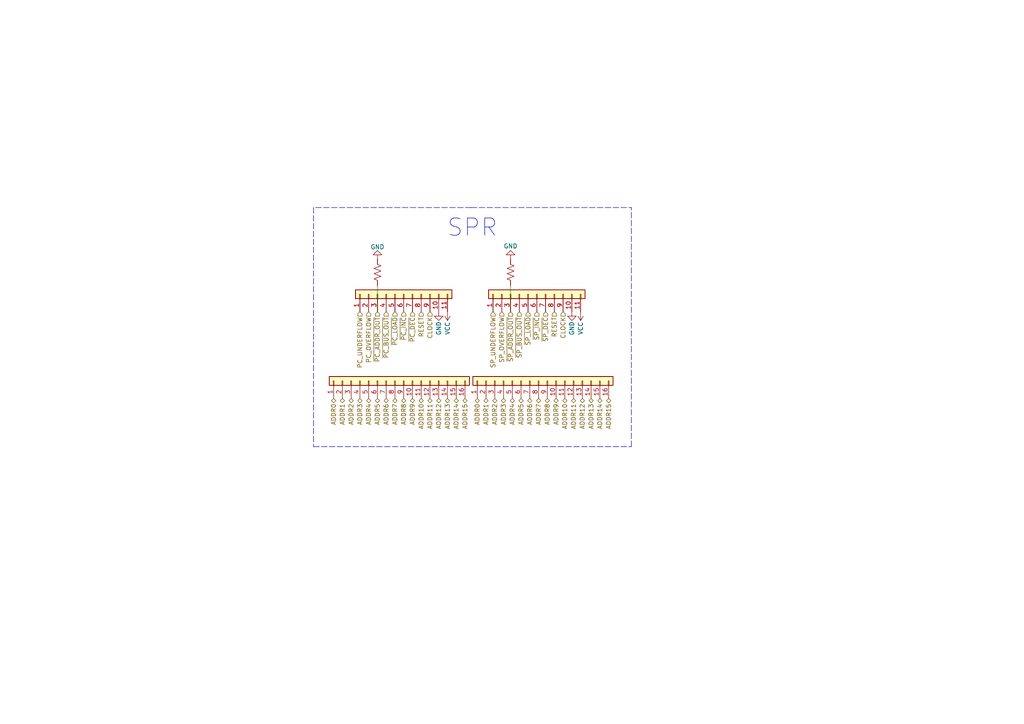
<source format=kicad_sch>
(kicad_sch (version 20211123) (generator eeschema)
  (paper "A4")
  (lib_symbols
    (symbol "Connector_Generic:Conn_01x11" (pin_names (offset 1.016) hide)
      (property "Reference" "J" (at 0 15.24 0))
      (property "Value" "Conn_01x11" (at 0 -15.24 0))
      (symbol "Conn_01x11_1_1"
        (rectangle (start -1.27 -12.573) (end 0 -12.827) (stroke (width 0.1524)))
        (rectangle (start -1.27 -10.033) (end 0 -10.287) (stroke (width 0.1524)))
        (rectangle (start -1.27 -7.493) (end 0 -7.747) (stroke (width 0.1524)))
        (rectangle (start -1.27 -4.953) (end 0 -5.207) (stroke (width 0.1524)))
        (rectangle (start -1.27 -2.413) (end 0 -2.667) (stroke (width 0.1524)))
        (rectangle (start -1.27 0.127) (end 0 -0.127) (stroke (width 0.1524)))
        (rectangle (start -1.27 2.667) (end 0 2.413) (stroke (width 0.1524)))
        (rectangle (start -1.27 5.207) (end 0 4.953) (stroke (width 0.1524)))
        (rectangle (start -1.27 7.747) (end 0 7.493) (stroke (width 0.1524)))
        (rectangle (start -1.27 10.287) (end 0 10.033) (stroke (width 0.1524)))
        (rectangle (start -1.27 12.827) (end 0 12.573) (stroke (width 0.1524)))
        (rectangle (start -1.27 13.97) (end 1.27 -13.97) (stroke (width 0.254)) (fill (type background)))
        (pin passive line (at -5.08 12.7 0) (length 3.81) (name "Pin_1") (number "1"))
        (pin passive line (at -5.08 -10.16 0) (length 3.81) (name "Pin_10") (number "10"))
        (pin passive line (at -5.08 -12.7 0) (length 3.81) (name "Pin_11") (number "11"))
        (pin passive line (at -5.08 10.16 0) (length 3.81) (name "Pin_2") (number "2"))
        (pin passive line (at -5.08 7.62 0) (length 3.81) (name "Pin_3") (number "3"))
        (pin passive line (at -5.08 5.08 0) (length 3.81) (name "Pin_4") (number "4"))
        (pin passive line (at -5.08 2.54 0) (length 3.81) (name "Pin_5") (number "5"))
        (pin passive line (at -5.08 0 0) (length 3.81) (name "Pin_6") (number "6"))
        (pin passive line (at -5.08 -2.54 0) (length 3.81) (name "Pin_7") (number "7"))
        (pin passive line (at -5.08 -5.08 0) (length 3.81) (name "Pin_8") (number "8"))
        (pin passive line (at -5.08 -7.62 0) (length 3.81) (name "Pin_9") (number "9"))
      )
    )
    (symbol "Connector_Generic:Conn_01x16" (pin_names (offset 1.016) hide)
      (property "Reference" "J" (at 0 20.32 0))
      (property "Value" "Conn_01x16" (at 0 -22.86 0))
      (symbol "Conn_01x16_1_1"
        (rectangle (start -1.27 -20.193) (end 0 -20.447) (stroke (width 0.1524)))
        (rectangle (start -1.27 -17.653) (end 0 -17.907) (stroke (width 0.1524)))
        (rectangle (start -1.27 -15.113) (end 0 -15.367) (stroke (width 0.1524)))
        (rectangle (start -1.27 -12.573) (end 0 -12.827) (stroke (width 0.1524)))
        (rectangle (start -1.27 -10.033) (end 0 -10.287) (stroke (width 0.1524)))
        (rectangle (start -1.27 -7.493) (end 0 -7.747) (stroke (width 0.1524)))
        (rectangle (start -1.27 -4.953) (end 0 -5.207) (stroke (width 0.1524)))
        (rectangle (start -1.27 -2.413) (end 0 -2.667) (stroke (width 0.1524)))
        (rectangle (start -1.27 0.127) (end 0 -0.127) (stroke (width 0.1524)))
        (rectangle (start -1.27 2.667) (end 0 2.413) (stroke (width 0.1524)))
        (rectangle (start -1.27 5.207) (end 0 4.953) (stroke (width 0.1524)))
        (rectangle (start -1.27 7.747) (end 0 7.493) (stroke (width 0.1524)))
        (rectangle (start -1.27 10.287) (end 0 10.033) (stroke (width 0.1524)))
        (rectangle (start -1.27 12.827) (end 0 12.573) (stroke (width 0.1524)))
        (rectangle (start -1.27 15.367) (end 0 15.113) (stroke (width 0.1524)))
        (rectangle (start -1.27 17.907) (end 0 17.653) (stroke (width 0.1524)))
        (rectangle (start -1.27 19.05) (end 1.27 -21.59) (stroke (width 0.254)) (fill (type background)))
        (pin passive line (at -5.08 17.78 0) (length 3.81) (name "Pin_1") (number "1"))
        (pin passive line (at -5.08 -5.08 0) (length 3.81) (name "Pin_10") (number "10"))
        (pin passive line (at -5.08 -7.62 0) (length 3.81) (name "Pin_11") (number "11"))
        (pin passive line (at -5.08 -10.16 0) (length 3.81) (name "Pin_12") (number "12"))
        (pin passive line (at -5.08 -12.7 0) (length 3.81) (name "Pin_13") (number "13"))
        (pin passive line (at -5.08 -15.24 0) (length 3.81) (name "Pin_14") (number "14"))
        (pin passive line (at -5.08 -17.78 0) (length 3.81) (name "Pin_15") (number "15"))
        (pin passive line (at -5.08 -20.32 0) (length 3.81) (name "Pin_16") (number "16"))
        (pin passive line (at -5.08 15.24 0) (length 3.81) (name "Pin_2") (number "2"))
        (pin passive line (at -5.08 12.7 0) (length 3.81) (name "Pin_3") (number "3"))
        (pin passive line (at -5.08 10.16 0) (length 3.81) (name "Pin_4") (number "4"))
        (pin passive line (at -5.08 7.62 0) (length 3.81) (name "Pin_5") (number "5"))
        (pin passive line (at -5.08 5.08 0) (length 3.81) (name "Pin_6") (number "6"))
        (pin passive line (at -5.08 2.54 0) (length 3.81) (name "Pin_7") (number "7"))
        (pin passive line (at -5.08 0 0) (length 3.81) (name "Pin_8") (number "8"))
        (pin passive line (at -5.08 -2.54 0) (length 3.81) (name "Pin_9") (number "9"))
      )
    )
    (symbol "Device:R_US" (pin_numbers hide) (pin_names (offset 0))
      (property "Reference" "R" (at 2.54 0 90))
      (property "Value" "R_US" (at -2.54 0 90))
      (symbol "R_US_0_1"
        (polyline (pts (xy 0 -2.286) (xy 0 -2.54)))
        (polyline (pts (xy 0 2.286) (xy 0 2.54)))
        (polyline (pts (xy 0 -0.762) (xy 1.016 -1.143) (xy 0 -1.524) (xy -1.016 -1.905) (xy 0 -2.286)))
        (polyline (pts (xy 0 0.762) (xy 1.016 0.381) (xy 0 0) (xy -1.016 -0.381) (xy 0 -0.762)))
        (polyline (pts (xy 0 2.286) (xy 1.016 1.905) (xy 0 1.524) (xy -1.016 1.143) (xy 0 0.762)))
      )
      (symbol "R_US_1_1"
        (pin passive line (at 0 3.81 270) (length 1.27) (name "~") (number "1"))
        (pin passive line (at 0 -3.81 90) (length 1.27) (name "~") (number "2"))
      )
    )
    (symbol "power:GND" (power) (pin_names (offset 0))
      (property "Value" "GND" (at 0 -3.81 0))
      (symbol "GND_0_1"
        (polyline (pts (xy 0 0) (xy 0 -1.27) (xy 1.27 -1.27) (xy 0 -2.54) (xy -1.27 -1.27) (xy 0 -1.27)))
      )
      (symbol "GND_1_1"
        (pin power_in line (at 0 0 270) (length 0) hide (name "GND") (number "1"))
      )
    )
    (symbol "power:VCC" (power) (pin_names (offset 0))
      (property "Value" "VCC" (at 0 3.81 0))
      (symbol "VCC_0_1"
        (polyline (pts (xy -0.762 1.27) (xy 0 2.54)))
        (polyline (pts (xy 0 0) (xy 0 2.54)))
        (polyline (pts (xy 0 2.54) (xy 0.762 1.27)))
      )
      (symbol "VCC_1_1"
        (pin power_in line (at 0 0 90) (length 0) hide (name "VCC") (number "1"))
      )
    )
  )
  (polyline (pts (xy 90.932 60.198) (xy 90.932 129.54)))
  (wire (pts (xy 148.082 82.804) (xy 148.082 90.424)))
  (polyline (pts (xy 136.652 60.198) (xy 183.134 60.198)))
  (polyline (pts (xy 183.134 129.54) (xy 183.134 60.198)))
  (polyline (pts (xy 136.652 60.198) (xy 90.932 60.198)))
  (wire (pts (xy 109.474 82.804) (xy 109.474 90.424)))
  (polyline (pts (xy 90.932 129.54) (xy 183.134 129.54)))
  (text "SPR" (at 129.54 69.088 0) (effects (font (size 5 5)) (justify left bottom)))
  (hierarchical_label "ADDR13" (shape tri_state) (at 129.794 115.57 270))
  (hierarchical_label "CLOCK" (shape input) (at 124.714 90.424 270))
  (hierarchical_label "PC_UNDERFLOW" (shape input) (at 104.394 90.424 270))
  (hierarchical_label "ADDR14" (shape tri_state) (at 173.99 115.57 270))
  (hierarchical_label "ADDR13" (shape tri_state) (at 171.45 115.57 270))
  (hierarchical_label "ADDR5" (shape tri_state) (at 151.13 115.57 270))
  (hierarchical_label "ADDR1" (shape tri_state) (at 99.314 115.57 270))
  (hierarchical_label "ADDR2" (shape tri_state) (at 143.51 115.57 270))
  (hierarchical_label "ADDR4" (shape tri_state) (at 106.934 115.57 270))
  (hierarchical_label "ADDR15" (shape tri_state) (at 134.874 115.57 270))
  (hierarchical_label "ADDR8" (shape tri_state) (at 158.75 115.57 270))
  (hierarchical_label "SP_OVERFLOW" (shape input) (at 145.542 90.424 270))
  (hierarchical_label "ADDR11" (shape tri_state) (at 166.37 115.57 270))
  (hierarchical_label "ADDR3" (shape tri_state) (at 104.394 115.57 270))
  (hierarchical_label "ADDR4" (shape tri_state) (at 148.59 115.57 270))
  (hierarchical_label "ADDR0" (shape tri_state) (at 138.43 115.57 270))
  (hierarchical_label "CLOCK" (shape input) (at 163.322 90.424 270))
  (hierarchical_label "PC_OVERFLOW" (shape input) (at 106.934 90.424 270))
  (hierarchical_label "ADDR9" (shape tri_state) (at 161.29 115.57 270))
  (hierarchical_label "~{PC_ADDR_OUT}" (shape input) (at 109.474 90.424 270))
  (hierarchical_label "ADDR8" (shape tri_state) (at 117.094 115.57 270))
  (hierarchical_label "RESET" (shape input) (at 122.174 90.424 270))
  (hierarchical_label "ADDR6" (shape tri_state) (at 153.67 115.57 270))
  (hierarchical_label "ADDR15" (shape tri_state) (at 176.53 115.57 270))
  (hierarchical_label "~{SP_ADDR_OUT}" (shape input) (at 148.082 90.424 270))
  (hierarchical_label "RESET" (shape input) (at 160.782 90.424 270))
  (hierarchical_label "~{SP_DEC}" (shape input) (at 158.242 90.424 270))
  (hierarchical_label "ADDR0" (shape tri_state) (at 96.774 115.57 270))
  (hierarchical_label "ADDR6" (shape tri_state) (at 112.014 115.57 270))
  (hierarchical_label "ADDR11" (shape tri_state) (at 124.714 115.57 270))
  (hierarchical_label "ADDR10" (shape tri_state) (at 163.83 115.57 270))
  (hierarchical_label "SP_UNDERFLOW" (shape input) (at 143.002 90.424 270))
  (hierarchical_label "~{SP_INC}" (shape input) (at 155.702 90.424 270))
  (hierarchical_label "ADDR10" (shape tri_state) (at 122.174 115.57 270))
  (hierarchical_label "ADDR7" (shape tri_state) (at 114.554 115.57 270))
  (hierarchical_label "~{PC_BUS_OUT}" (shape input) (at 112.014 90.424 270))
  (hierarchical_label "~{PC_INC}" (shape input) (at 117.094 90.424 270))
  (hierarchical_label "~{PC_LOAD}" (shape input) (at 114.554 90.424 270))
  (hierarchical_label "ADDR14" (shape tri_state) (at 132.334 115.57 270))
  (hierarchical_label "ADDR7" (shape tri_state) (at 156.21 115.57 270))
  (hierarchical_label "ADDR12" (shape tri_state) (at 168.91 115.57 270))
  (hierarchical_label "ADDR12" (shape tri_state) (at 127.254 115.57 270))
  (hierarchical_label "ADDR2" (shape tri_state) (at 101.854 115.57 270))
  (hierarchical_label "ADDR1" (shape tri_state) (at 140.97 115.57 270))
  (hierarchical_label "ADDR3" (shape tri_state) (at 146.05 115.57 270))
  (hierarchical_label "~{SP_LOAD}" (shape input) (at 153.162 90.424 270))
  (hierarchical_label "ADDR5" (shape tri_state) (at 109.474 115.57 270))
  (hierarchical_label "~{PC_DEC}" (shape input) (at 119.634 90.424 270))
  (hierarchical_label "ADDR9" (shape tri_state) (at 119.634 115.57 270))
  (hierarchical_label "~{SP_BUS_OUT}" (shape input) (at 150.622 90.424 270))
  (symbol (lib_id "power:VCC") (at 129.794 90.424 180) (unit 1)
    (property "Reference" "#PWR016" (effects hide))
    (property "Value" "VCC" (at 129.794 95.25 90))
  )
  (symbol (lib_id "power:GND") (at 148.082 75.184 180) (unit 1)
    (property "Reference" "#PWR017" (effects hide))
    (property "Value" "GND" (at 148.082 71.374 0))
  )
  (symbol (lib_id "Connector_Generic:Conn_01x11") (at 155.702 85.344 90) (unit 1)
    (property "Reference" "J22" (effects hide))
    (property "Value" "Conn_01x11" (effects hide))
    (property "Footprint" "Connector_PinSocket_2.54mm:PinSocket_1x11_P2.54mm_Vertical" (effects hide))
  )
  (symbol (lib_id "power:GND") (at 165.862 90.424 0) (unit 1)
    (property "Reference" "#PWR018" (effects hide))
    (property "Value" "GND" (at 165.862 95.25 90))
  )
  (symbol (lib_id "Device:R_US") (at 109.474 78.994 0) (unit 1)
    (property "Reference" "R1" (effects hide))
    (property "Value" "R_US" (effects hide))
    (property "Footprint" "Resistor_SMD:R_0805_2012Metric" (effects hide))
  )
  (symbol (lib_id "Device:R_US") (at 148.082 78.994 0) (unit 1)
    (property "Reference" "R2" (effects hide))
    (property "Value" "R_US" (effects hide))
    (property "Footprint" "Resistor_SMD:R_0805_2012Metric" (effects hide))
  )
  (symbol (lib_id "power:VCC") (at 168.402 90.424 180) (unit 1)
    (property "Reference" "#PWR019" (effects hide))
    (property "Value" "VCC" (at 168.402 95.25 90))
  )
  (symbol (lib_id "power:GND") (at 127.254 90.424 0) (unit 1)
    (property "Reference" "#PWR015" (effects hide))
    (property "Value" "GND" (at 127.254 95.25 90))
  )
  (symbol (lib_id "Connector_Generic:Conn_01x11") (at 117.094 85.344 90) (unit 1)
    (property "Reference" "J21" (effects hide))
    (property "Value" "Conn_01x11" (effects hide))
    (property "Footprint" "Connector_PinSocket_2.54mm:PinSocket_1x11_P2.54mm_Vertical" (effects hide))
  )
  (symbol (lib_id "Connector_Generic:Conn_01x16") (at 156.21 110.49 90) (unit 1)
    (property "Reference" "J23" (effects hide))
    (property "Value" "Conn_01x16" (effects hide))
    (property "Footprint" "Connector_PinSocket_2.54mm:PinSocket_1x16_P2.54mm_Vertical" (effects hide))
  )
  (symbol (lib_id "power:GND") (at 109.474 75.184 180) (unit 1)
    (property "Reference" "#PWR014" (effects hide))
    (property "Value" "GND" (at 109.474 71.628 0))
  )
  (symbol (lib_id "Connector_Generic:Conn_01x16") (at 114.554 110.49 90) (unit 1)
    (property "Reference" "J20" (effects hide))
    (property "Value" "Conn_01x16" (effects hide))
    (property "Footprint" "Connector_PinSocket_2.54mm:PinSocket_1x16_P2.54mm_Vertical" (effects hide))
  )
)
</source>
